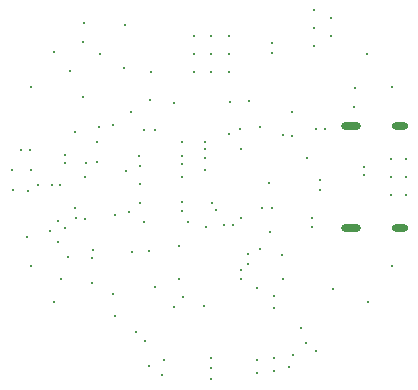
<source format=gbr>
%TF.GenerationSoftware,Altium Limited,Altium Designer,22.4.2 (48)*%
G04 Layer_Color=0*
%FSLAX26Y26*%
%MOIN*%
%TF.SameCoordinates,E4631C7E-FC5E-4278-A014-371310923930*%
%TF.FilePolarity,Positive*%
%TF.FileFunction,Plated,1,4,PTH,Drill*%
%TF.Part,Single*%
G01*
G75*
%TA.AperFunction,ComponentDrill*%
%ADD114O,0.066929X0.023622*%
%ADD115O,0.055118X0.023622*%
%TA.AperFunction,ViaDrill,NotFilled*%
%ADD116C,0.011811*%
D114*
X465354Y170079D02*
D03*
Y-170079D02*
D03*
D115*
X629921Y170079D02*
D03*
Y-170079D02*
D03*
D116*
X598425Y-59055D02*
D03*
Y0D02*
D03*
Y59055D02*
D03*
X397638Y468504D02*
D03*
Y531496D02*
D03*
X342520Y496063D02*
D03*
X-208661Y-629921D02*
D03*
X-165354Y-661417D02*
D03*
X259842Y-633858D02*
D03*
X208661Y-645669D02*
D03*
Y-602362D02*
D03*
X153543Y-653543D02*
D03*
Y-610236D02*
D03*
X0Y-602362D02*
D03*
Y-637795D02*
D03*
Y-673228D02*
D03*
X-602362Y23622D02*
D03*
X-665354D02*
D03*
X350394Y-578740D02*
D03*
X334646Y-165354D02*
D03*
Y-137795D02*
D03*
X196850Y-185039D02*
D03*
X-106299Y-229035D02*
D03*
X98425Y-338583D02*
D03*
X-208661Y-248031D02*
D03*
X342520Y437008D02*
D03*
X-397638Y-271654D02*
D03*
X-264752Y-250997D02*
D03*
X342520Y555118D02*
D03*
X600697Y298412D02*
D03*
X519685Y409449D02*
D03*
X-59055Y350394D02*
D03*
X0D02*
D03*
X-200787D02*
D03*
X59055D02*
D03*
Y409449D02*
D03*
X0D02*
D03*
X-59055D02*
D03*
Y468504D02*
D03*
X0D02*
D03*
X59055D02*
D03*
X-523504Y417279D02*
D03*
X-600696Y298412D02*
D03*
X649606Y59055D02*
D03*
Y0D02*
D03*
Y-59055D02*
D03*
X600697Y-298412D02*
D03*
X523504Y-417279D02*
D03*
X-523504Y-417279D02*
D03*
X-600696Y-298412D02*
D03*
X-157480Y-610236D02*
D03*
X-225606Y-149606D02*
D03*
X-322835Y-464567D02*
D03*
X-251969Y-515748D02*
D03*
X-18840Y-167693D02*
D03*
X1032Y-85683D02*
D03*
X16461Y-110484D02*
D03*
X-106299Y-340630D02*
D03*
X-25591Y-429134D02*
D03*
X-78740Y-149606D02*
D03*
X98425Y-137795D02*
D03*
X169291Y-102362D02*
D03*
X200787D02*
D03*
X-287402Y507874D02*
D03*
X208661Y-397638D02*
D03*
X-500272Y-340276D02*
D03*
X-394732Y-243179D02*
D03*
X-476378Y-267716D02*
D03*
X-327772Y173223D02*
D03*
X-374016Y165354D02*
D03*
X-421260Y-139980D02*
D03*
X-452756Y-137795D02*
D03*
X-488189Y-169291D02*
D03*
X-510224Y-148019D02*
D03*
X-614173Y-200787D02*
D03*
X-509718Y-218379D02*
D03*
X-539370Y-181102D02*
D03*
X-220787Y-547244D02*
D03*
X-188976Y-366142D02*
D03*
X-502849Y-27559D02*
D03*
X125984Y251969D02*
D03*
X193196Y-19879D02*
D03*
X-578740Y-27559D02*
D03*
X-531471D02*
D03*
X-371200Y411337D02*
D03*
X361000Y-43000D02*
D03*
X-20149Y64025D02*
D03*
X163261Y167198D02*
D03*
X239195Y140197D02*
D03*
X267716Y137795D02*
D03*
X-94488Y-401575D02*
D03*
X-326772Y-389764D02*
D03*
X153543Y-370079D02*
D03*
X97325Y-309982D02*
D03*
X120605Y-288844D02*
D03*
X161417Y-240157D02*
D03*
X122047Y-255905D02*
D03*
X-397638Y-352047D02*
D03*
X-124237Y-434496D02*
D03*
X236220Y-259842D02*
D03*
X42244Y-161417D02*
D03*
X70866D02*
D03*
X405512Y-374016D02*
D03*
X314961Y-555118D02*
D03*
X299213Y-503937D02*
D03*
X508000Y34000D02*
D03*
X378674Y161000D02*
D03*
X508000Y5378D02*
D03*
X350000Y161000D02*
D03*
X478000Y298000D02*
D03*
X476378Y232284D02*
D03*
X363000Y-10000D02*
D03*
X318898Y62992D02*
D03*
X-322835Y-125984D02*
D03*
X-125984Y248031D02*
D03*
X-22364Y117274D02*
D03*
X-98425Y118110D02*
D03*
X-291339Y362205D02*
D03*
X-188976Y157480D02*
D03*
X62691Y251293D02*
D03*
X98425Y94488D02*
D03*
X94488Y161417D02*
D03*
X200787Y413386D02*
D03*
X-488189Y74803D02*
D03*
Y46181D02*
D03*
X-204724Y255905D02*
D03*
X200787Y444882D02*
D03*
X-605236Y90551D02*
D03*
X-633858D02*
D03*
X-661417Y-43307D02*
D03*
X-610236Y-47244D02*
D03*
X271654Y-594488D02*
D03*
X-224409Y157480D02*
D03*
X-429134Y267716D02*
D03*
X267716Y216535D02*
D03*
X-267716D02*
D03*
X240157Y-338583D02*
D03*
X-22364Y23622D02*
D03*
Y92126D02*
D03*
X-98425Y70866D02*
D03*
Y42244D02*
D03*
X59055Y141732D02*
D03*
X-381890Y118110D02*
D03*
Y51181D02*
D03*
X-240157Y70866D02*
D03*
X-274987Y-117023D02*
D03*
X-283464Y20590D02*
D03*
X-239433Y35433D02*
D03*
X208661Y-437008D02*
D03*
X-419000Y47000D02*
D03*
X-420000Y0D02*
D03*
X-456000Y149000D02*
D03*
Y-102000D02*
D03*
X-238000Y-25000D02*
D03*
X-237000Y-87000D02*
D03*
X-97000Y-112976D02*
D03*
Y-83000D02*
D03*
X-472000Y354000D02*
D03*
X-428000Y451000D02*
D03*
X-425000Y512000D02*
D03*
X-98425Y0D02*
D03*
%TF.MD5,98de93ebd4d154b7cb6772f39792377d*%
M02*

</source>
